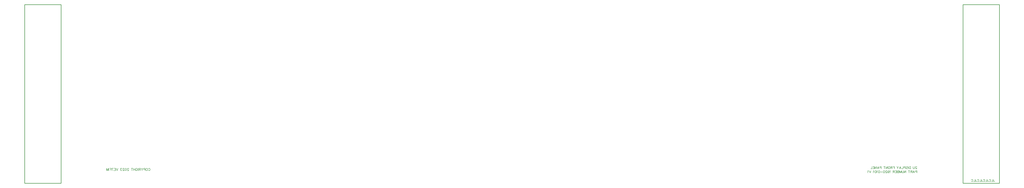
<source format=gbo>
G04 Layer: BottomSilkscreenLayer*
G04 EasyEDA v6.5.29, 2023-07-18 11:26:45*
G04 743c0ef807604322ad642cff3a22bc6f,5a6b42c53f6a479593ecc07194224c93,10*
G04 Gerber Generator version 0.2*
G04 Scale: 100 percent, Rotated: No, Reflected: No *
G04 Dimensions in millimeters *
G04 leading zeros omitted , absolute positions ,4 integer and 5 decimal *
%FSLAX45Y45*%
%MOMM*%

%ADD10C,0.2032*%
%ADD11C,0.1520*%
%ADD12C,0.2540*%

%LPD*%
D10*
X6128486Y716117D02*
G01*
X6133942Y727026D01*
X6144851Y737936D01*
X6155758Y743389D01*
X6177577Y743389D01*
X6188486Y737936D01*
X6199395Y727026D01*
X6204851Y716117D01*
X6210305Y699754D01*
X6210305Y672482D01*
X6204851Y656117D01*
X6199395Y645208D01*
X6188486Y634298D01*
X6177577Y628845D01*
X6155758Y628845D01*
X6144851Y634298D01*
X6133942Y645208D01*
X6128486Y656117D01*
X6059759Y743389D02*
G01*
X6070668Y737936D01*
X6081577Y727026D01*
X6087033Y716117D01*
X6092487Y699754D01*
X6092487Y672482D01*
X6087033Y656117D01*
X6081577Y645208D01*
X6070668Y634298D01*
X6059759Y628845D01*
X6037940Y628845D01*
X6027033Y634298D01*
X6016124Y645208D01*
X6010668Y656117D01*
X6005215Y672482D01*
X6005215Y699754D01*
X6010668Y716117D01*
X6016124Y727026D01*
X6027033Y737936D01*
X6037940Y743389D01*
X6059759Y743389D01*
X5969215Y743389D02*
G01*
X5969215Y628845D01*
X5969215Y743389D02*
G01*
X5920122Y743389D01*
X5903760Y737936D01*
X5898306Y732482D01*
X5892850Y721573D01*
X5892850Y705208D01*
X5898306Y694298D01*
X5903760Y688845D01*
X5920122Y683389D01*
X5969215Y683389D01*
X5856851Y743389D02*
G01*
X5813214Y688845D01*
X5813214Y628845D01*
X5769579Y743389D02*
G01*
X5813214Y688845D01*
X5733577Y743389D02*
G01*
X5733577Y628845D01*
X5733577Y743389D02*
G01*
X5684486Y743389D01*
X5668124Y737936D01*
X5662670Y732482D01*
X5657215Y721573D01*
X5657215Y710664D01*
X5662670Y699754D01*
X5668124Y694298D01*
X5684486Y688845D01*
X5733577Y688845D01*
X5695396Y688845D02*
G01*
X5657215Y628845D01*
X5621215Y743389D02*
G01*
X5621215Y628845D01*
X5503397Y716117D02*
G01*
X5508851Y727026D01*
X5519760Y737936D01*
X5530669Y743389D01*
X5552488Y743389D01*
X5563397Y737936D01*
X5574306Y727026D01*
X5579760Y716117D01*
X5585216Y699754D01*
X5585216Y672482D01*
X5579760Y656117D01*
X5574306Y645208D01*
X5563397Y634298D01*
X5552488Y628845D01*
X5530669Y628845D01*
X5519760Y634298D01*
X5508851Y645208D01*
X5503397Y656117D01*
X5503397Y672482D01*
X5530669Y672482D02*
G01*
X5503397Y672482D01*
X5467398Y743389D02*
G01*
X5467398Y628845D01*
X5391033Y743389D02*
G01*
X5391033Y628845D01*
X5467398Y688845D02*
G01*
X5391033Y688845D01*
X5316852Y743389D02*
G01*
X5316852Y628845D01*
X5355033Y743389D02*
G01*
X5278671Y743389D01*
X5153215Y716117D02*
G01*
X5153215Y721573D01*
X5147762Y732482D01*
X5142306Y737936D01*
X5131396Y743389D01*
X5109580Y743389D01*
X5098671Y737936D01*
X5093215Y732482D01*
X5087762Y721573D01*
X5087762Y710664D01*
X5093215Y699754D01*
X5104124Y683389D01*
X5158671Y628845D01*
X5082306Y628845D01*
X5013579Y743389D02*
G01*
X5029944Y737936D01*
X5040853Y721573D01*
X5046306Y694298D01*
X5046306Y677936D01*
X5040853Y650664D01*
X5029944Y634298D01*
X5013579Y628845D01*
X5002672Y628845D01*
X4986307Y634298D01*
X4975397Y650664D01*
X4969944Y677936D01*
X4969944Y694298D01*
X4975397Y721573D01*
X4986307Y737936D01*
X5002672Y743389D01*
X5013579Y743389D01*
X4928488Y716117D02*
G01*
X4928488Y721573D01*
X4923035Y732482D01*
X4917579Y737936D01*
X4906670Y743389D01*
X4884854Y743389D01*
X4873945Y737936D01*
X4868489Y732482D01*
X4863035Y721573D01*
X4863035Y710664D01*
X4868489Y699754D01*
X4879398Y683389D01*
X4933944Y628845D01*
X4857579Y628845D01*
X4810671Y743389D02*
G01*
X4750671Y743389D01*
X4783399Y699754D01*
X4767036Y699754D01*
X4756127Y694298D01*
X4750671Y688845D01*
X4745217Y672482D01*
X4745217Y661573D01*
X4750671Y645208D01*
X4761580Y634298D01*
X4777943Y628845D01*
X4794308Y628845D01*
X4810671Y634298D01*
X4816127Y639754D01*
X4821580Y650664D01*
X4625218Y743389D02*
G01*
X4581580Y628845D01*
X4537943Y743389D02*
G01*
X4581580Y628845D01*
X4501944Y743389D02*
G01*
X4501944Y628845D01*
X4501944Y743389D02*
G01*
X4431035Y743389D01*
X4501944Y688845D02*
G01*
X4458309Y688845D01*
X4501944Y628845D02*
G01*
X4431035Y628845D01*
X4318673Y743389D02*
G01*
X4373217Y628845D01*
X4395035Y743389D02*
G01*
X4318673Y743389D01*
X4282673Y743389D02*
G01*
X4282673Y628845D01*
X4282673Y743389D02*
G01*
X4211764Y743389D01*
X4282673Y688845D02*
G01*
X4239036Y688845D01*
X4175762Y743389D02*
G01*
X4175762Y628845D01*
X4139763Y743389D02*
G01*
X4139763Y628845D01*
X4139763Y743389D02*
G01*
X4096128Y628845D01*
X4052491Y743389D02*
G01*
X4096128Y628845D01*
X4052491Y743389D02*
G01*
X4052491Y628845D01*
X44183300Y629089D02*
G01*
X44183300Y514545D01*
X44183300Y629089D02*
G01*
X44134209Y629089D01*
X44117846Y623636D01*
X44112390Y618182D01*
X44106937Y607273D01*
X44106937Y590908D01*
X44112390Y579999D01*
X44117846Y574545D01*
X44134209Y569089D01*
X44183300Y569089D01*
X44027300Y629089D02*
G01*
X44070935Y514545D01*
X44027300Y629089D02*
G01*
X43983663Y514545D01*
X44054572Y552726D02*
G01*
X44000028Y552726D01*
X43947664Y629089D02*
G01*
X43947664Y514545D01*
X43947664Y629089D02*
G01*
X43898573Y629089D01*
X43882210Y623636D01*
X43876755Y618182D01*
X43871300Y607273D01*
X43871300Y596364D01*
X43876755Y585454D01*
X43882210Y579999D01*
X43898573Y574545D01*
X43947664Y574545D01*
X43909482Y574545D02*
G01*
X43871300Y514545D01*
X43797118Y629089D02*
G01*
X43797118Y514545D01*
X43835300Y629089D02*
G01*
X43758937Y629089D01*
X43638937Y629089D02*
G01*
X43638937Y514545D01*
X43638937Y629089D02*
G01*
X43562574Y514545D01*
X43562574Y629089D02*
G01*
X43562574Y514545D01*
X43526572Y629089D02*
G01*
X43526572Y547273D01*
X43521119Y530908D01*
X43510210Y519999D01*
X43493847Y514545D01*
X43482938Y514545D01*
X43466572Y519999D01*
X43455666Y530908D01*
X43450210Y547273D01*
X43450210Y629089D01*
X43414210Y629089D02*
G01*
X43414210Y514545D01*
X43414210Y629089D02*
G01*
X43370573Y514545D01*
X43326938Y629089D02*
G01*
X43370573Y514545D01*
X43326938Y629089D02*
G01*
X43326938Y514545D01*
X43290937Y629089D02*
G01*
X43290937Y514545D01*
X43290937Y629089D02*
G01*
X43241846Y629089D01*
X43225483Y623636D01*
X43220030Y618182D01*
X43214574Y607273D01*
X43214574Y596364D01*
X43220030Y585454D01*
X43225483Y579999D01*
X43241846Y574545D01*
X43290937Y574545D02*
G01*
X43241846Y574545D01*
X43225483Y569089D01*
X43220030Y563636D01*
X43214574Y552726D01*
X43214574Y536364D01*
X43220030Y525454D01*
X43225483Y519999D01*
X43241846Y514545D01*
X43290937Y514545D01*
X43178575Y629089D02*
G01*
X43178575Y514545D01*
X43178575Y629089D02*
G01*
X43107665Y629089D01*
X43178575Y574545D02*
G01*
X43134937Y574545D01*
X43178575Y514545D02*
G01*
X43107665Y514545D01*
X43071666Y629089D02*
G01*
X43071666Y514545D01*
X43071666Y629089D02*
G01*
X43022575Y629089D01*
X43006210Y623636D01*
X43000757Y618182D01*
X42995301Y607273D01*
X42995301Y596364D01*
X43000757Y585454D01*
X43006210Y579999D01*
X43022575Y574545D01*
X43071666Y574545D01*
X43033485Y574545D02*
G01*
X42995301Y514545D01*
X42875301Y607273D02*
G01*
X42864392Y612726D01*
X42848029Y629089D01*
X42848029Y514545D01*
X42741121Y590908D02*
G01*
X42746574Y574545D01*
X42757483Y563636D01*
X42773848Y558182D01*
X42779302Y558182D01*
X42795667Y563636D01*
X42806574Y574545D01*
X42812030Y590908D01*
X42812030Y596364D01*
X42806574Y612726D01*
X42795667Y623636D01*
X42779302Y629089D01*
X42773848Y629089D01*
X42757483Y623636D01*
X42746574Y612726D01*
X42741121Y590908D01*
X42741121Y563636D01*
X42746574Y536364D01*
X42757483Y519999D01*
X42773848Y514545D01*
X42784758Y514545D01*
X42801120Y519999D01*
X42806574Y530908D01*
X42699665Y601817D02*
G01*
X42699665Y607273D01*
X42694212Y618182D01*
X42688756Y623636D01*
X42677849Y629089D01*
X42656031Y629089D01*
X42645121Y623636D01*
X42639665Y618182D01*
X42634212Y607273D01*
X42634212Y596364D01*
X42639665Y585454D01*
X42650575Y569089D01*
X42705121Y514545D01*
X42628756Y514545D01*
X42560031Y629089D02*
G01*
X42576394Y623636D01*
X42587303Y607273D01*
X42592757Y579999D01*
X42592757Y563636D01*
X42587303Y536364D01*
X42576394Y519999D01*
X42560031Y514545D01*
X42549122Y514545D01*
X42532757Y519999D01*
X42521847Y536364D01*
X42516394Y563636D01*
X42516394Y579999D01*
X42521847Y607273D01*
X42532757Y623636D01*
X42549122Y629089D01*
X42560031Y629089D01*
X42480395Y563636D02*
G01*
X42382213Y563636D01*
X42313486Y629089D02*
G01*
X42329849Y623636D01*
X42340758Y607273D01*
X42346211Y579999D01*
X42346211Y563636D01*
X42340758Y536364D01*
X42329849Y519999D01*
X42313486Y514545D01*
X42302577Y514545D01*
X42286212Y519999D01*
X42275302Y536364D01*
X42269849Y563636D01*
X42269849Y579999D01*
X42275302Y607273D01*
X42286212Y623636D01*
X42302577Y629089D01*
X42313486Y629089D01*
X42233850Y607273D02*
G01*
X42222940Y612726D01*
X42206575Y629089D01*
X42206575Y514545D01*
X42137850Y629089D02*
G01*
X42154213Y623636D01*
X42165122Y607273D01*
X42170576Y579999D01*
X42170576Y563636D01*
X42165122Y536364D01*
X42154213Y519999D01*
X42137850Y514545D01*
X42126941Y514545D01*
X42110576Y519999D01*
X42099666Y536364D01*
X42094213Y563636D01*
X42094213Y579999D01*
X42099666Y607273D01*
X42110576Y623636D01*
X42126941Y629089D01*
X42137850Y629089D01*
X42058214Y607273D02*
G01*
X42047304Y612726D01*
X42030939Y629089D01*
X42030939Y514545D01*
X41910939Y629089D02*
G01*
X41867305Y514545D01*
X41823667Y629089D02*
G01*
X41867305Y514545D01*
X41787668Y607273D02*
G01*
X41776759Y612726D01*
X41760396Y629089D01*
X41760396Y514545D01*
X44177846Y805017D02*
G01*
X44177846Y810473D01*
X44172390Y821382D01*
X44166937Y826836D01*
X44156028Y832289D01*
X44134209Y832289D01*
X44123300Y826836D01*
X44117846Y821382D01*
X44112390Y810473D01*
X44112390Y799564D01*
X44117846Y788654D01*
X44128753Y772289D01*
X44183300Y717745D01*
X44106937Y717745D01*
X44070935Y832289D02*
G01*
X44070935Y750473D01*
X44065482Y734108D01*
X44054572Y723199D01*
X44038210Y717745D01*
X44027300Y717745D01*
X44010935Y723199D01*
X44000028Y734108D01*
X43994572Y750473D01*
X43994572Y832289D01*
X43874573Y832289D02*
G01*
X43874573Y717745D01*
X43874573Y832289D02*
G01*
X43836391Y832289D01*
X43820029Y826836D01*
X43809119Y815926D01*
X43803663Y805017D01*
X43798210Y788654D01*
X43798210Y761382D01*
X43803663Y745017D01*
X43809119Y734108D01*
X43820029Y723199D01*
X43836391Y717745D01*
X43874573Y717745D01*
X43762211Y832289D02*
G01*
X43762211Y717745D01*
X43649846Y815926D02*
G01*
X43660755Y826836D01*
X43677118Y832289D01*
X43698937Y832289D01*
X43715299Y826836D01*
X43726209Y815926D01*
X43726209Y805017D01*
X43720755Y794108D01*
X43715299Y788654D01*
X43704390Y783199D01*
X43671665Y772289D01*
X43660755Y766836D01*
X43655300Y761382D01*
X43649846Y750473D01*
X43649846Y734108D01*
X43660755Y723199D01*
X43677118Y717745D01*
X43698937Y717745D01*
X43715299Y723199D01*
X43726209Y734108D01*
X43613847Y832289D02*
G01*
X43613847Y717745D01*
X43613847Y832289D02*
G01*
X43564756Y832289D01*
X43548391Y826836D01*
X43542938Y821382D01*
X43537482Y810473D01*
X43537482Y794108D01*
X43542938Y783199D01*
X43548391Y777745D01*
X43564756Y772289D01*
X43613847Y772289D01*
X43501482Y832289D02*
G01*
X43501482Y717745D01*
X43501482Y717745D02*
G01*
X43436029Y717745D01*
X43356392Y832289D02*
G01*
X43400030Y717745D01*
X43356392Y832289D02*
G01*
X43312755Y717745D01*
X43383664Y755926D02*
G01*
X43329120Y755926D01*
X43276756Y832289D02*
G01*
X43233119Y777745D01*
X43233119Y717745D01*
X43189484Y832289D02*
G01*
X43233119Y777745D01*
X43069484Y832289D02*
G01*
X43069484Y717745D01*
X43069484Y832289D02*
G01*
X42998575Y832289D01*
X43069484Y777745D02*
G01*
X43025847Y777745D01*
X42962575Y832289D02*
G01*
X42962575Y717745D01*
X42962575Y832289D02*
G01*
X42913485Y832289D01*
X42897120Y826836D01*
X42891666Y821382D01*
X42886210Y810473D01*
X42886210Y799564D01*
X42891666Y788654D01*
X42897120Y783199D01*
X42913485Y777745D01*
X42962575Y777745D01*
X42924392Y777745D02*
G01*
X42886210Y717745D01*
X42817483Y832289D02*
G01*
X42828392Y826836D01*
X42839302Y815926D01*
X42844758Y805017D01*
X42850211Y788654D01*
X42850211Y761382D01*
X42844758Y745017D01*
X42839302Y734108D01*
X42828392Y723199D01*
X42817483Y717745D01*
X42795667Y717745D01*
X42784758Y723199D01*
X42773848Y734108D01*
X42768393Y745017D01*
X42762939Y761382D01*
X42762939Y788654D01*
X42768393Y805017D01*
X42773848Y815926D01*
X42784758Y826836D01*
X42795667Y832289D01*
X42817483Y832289D01*
X42726940Y832289D02*
G01*
X42726940Y717745D01*
X42726940Y832289D02*
G01*
X42650575Y717745D01*
X42650575Y832289D02*
G01*
X42650575Y717745D01*
X42576394Y832289D02*
G01*
X42576394Y717745D01*
X42614575Y832289D02*
G01*
X42538213Y832289D01*
X42418213Y832289D02*
G01*
X42418213Y717745D01*
X42418213Y832289D02*
G01*
X42369122Y832289D01*
X42352757Y826836D01*
X42347304Y821382D01*
X42341848Y810473D01*
X42341848Y794108D01*
X42347304Y783199D01*
X42352757Y777745D01*
X42369122Y772289D01*
X42418213Y772289D01*
X42262214Y832289D02*
G01*
X42305848Y717745D01*
X42262214Y832289D02*
G01*
X42218576Y717745D01*
X42289486Y755926D02*
G01*
X42234939Y755926D01*
X42182577Y832289D02*
G01*
X42182577Y717745D01*
X42182577Y832289D02*
G01*
X42106212Y717745D01*
X42106212Y832289D02*
G01*
X42106212Y717745D01*
X42070213Y832289D02*
G01*
X42070213Y717745D01*
X42070213Y832289D02*
G01*
X41999303Y832289D01*
X42070213Y777745D02*
G01*
X42026575Y777745D01*
X42070213Y717745D02*
G01*
X41999303Y717745D01*
X41963304Y832289D02*
G01*
X41963304Y717745D01*
X41963304Y717745D02*
G01*
X41897851Y717745D01*
D11*
X47974143Y191551D02*
G01*
X47974143Y108424D01*
X47979340Y92837D01*
X47984534Y87642D01*
X47994925Y82448D01*
X48005316Y82448D01*
X48015707Y87642D01*
X48020904Y92837D01*
X48026099Y108424D01*
X48026099Y118816D01*
X47939853Y191551D02*
G01*
X47939853Y82448D01*
X47939853Y82448D02*
G01*
X47877509Y82448D01*
X47765286Y165574D02*
G01*
X47770483Y175966D01*
X47780874Y186357D01*
X47791263Y191551D01*
X47812045Y191551D01*
X47822436Y186357D01*
X47832827Y175966D01*
X47838024Y165574D01*
X47843219Y149987D01*
X47843219Y124010D01*
X47838024Y108424D01*
X47832827Y98033D01*
X47822436Y87642D01*
X47812045Y82448D01*
X47791263Y82448D01*
X47780874Y87642D01*
X47770483Y98033D01*
X47765286Y108424D01*
X47679043Y191551D02*
G01*
X47679043Y108424D01*
X47684237Y92837D01*
X47689434Y87642D01*
X47699823Y82448D01*
X47710214Y82448D01*
X47720605Y87642D01*
X47725802Y92837D01*
X47730996Y108424D01*
X47730996Y118816D01*
X47644753Y191551D02*
G01*
X47644753Y82448D01*
X47644753Y82448D02*
G01*
X47582406Y82448D01*
X47470184Y165574D02*
G01*
X47475381Y175966D01*
X47485772Y186357D01*
X47496163Y191551D01*
X47516943Y191551D01*
X47527334Y186357D01*
X47537725Y175966D01*
X47542922Y165574D01*
X47548116Y149987D01*
X47548116Y124010D01*
X47542922Y108424D01*
X47537725Y98033D01*
X47527334Y87642D01*
X47516943Y82448D01*
X47496163Y82448D01*
X47485772Y87642D01*
X47475381Y98033D01*
X47470184Y108424D01*
X47383941Y191551D02*
G01*
X47383941Y108424D01*
X47389135Y92837D01*
X47394332Y87642D01*
X47404723Y82448D01*
X47415114Y82448D01*
X47425503Y87642D01*
X47430700Y92837D01*
X47435894Y108424D01*
X47435894Y118816D01*
X47349651Y191551D02*
G01*
X47349651Y82448D01*
X47349651Y82448D02*
G01*
X47287304Y82448D01*
X47175084Y165574D02*
G01*
X47180279Y175966D01*
X47190670Y186357D01*
X47201061Y191551D01*
X47221843Y191551D01*
X47232234Y186357D01*
X47242623Y175966D01*
X47247820Y165574D01*
X47253014Y149987D01*
X47253014Y124010D01*
X47247820Y108424D01*
X47242623Y98033D01*
X47232234Y87642D01*
X47221843Y82448D01*
X47201061Y82448D01*
X47190670Y87642D01*
X47180279Y98033D01*
X47175084Y108424D01*
X47088839Y191551D02*
G01*
X47088839Y108424D01*
X47094033Y92837D01*
X47099230Y87642D01*
X47109621Y82448D01*
X47120012Y82448D01*
X47130403Y87642D01*
X47135597Y92837D01*
X47140794Y108424D01*
X47140794Y118816D01*
X47054549Y191551D02*
G01*
X47054549Y82448D01*
X47054549Y82448D02*
G01*
X46992204Y82448D01*
X46879982Y165574D02*
G01*
X46885176Y175966D01*
X46895567Y186357D01*
X46905959Y191551D01*
X46926741Y191551D01*
X46937132Y186357D01*
X46947523Y175966D01*
X46952717Y165574D01*
X46957914Y149987D01*
X46957914Y124010D01*
X46952717Y108424D01*
X46947523Y98033D01*
X46937132Y87642D01*
X46926741Y82448D01*
X46905959Y82448D01*
X46895567Y87642D01*
X46885176Y98033D01*
X46879982Y108424D01*
D12*
X0Y8889974D02*
G01*
X1799996Y8889974D01*
X1799996Y0D01*
X0Y0D01*
X0Y8889974D01*
X46465693Y8889974D02*
G01*
X48265689Y8889974D01*
X48265689Y0D01*
X46465693Y0D01*
X46465693Y8889974D01*
M02*

</source>
